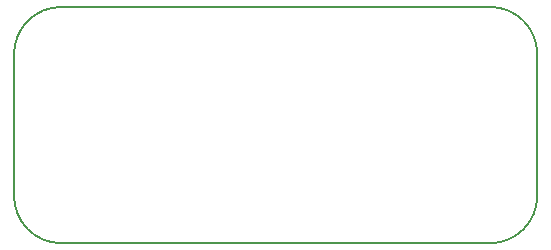
<source format=gbr>
G04 #@! TF.FileFunction,Profile,NP*
%FSLAX46Y46*%
G04 Gerber Fmt 4.6, Leading zero omitted, Abs format (unit mm)*
G04 Created by KiCad (PCBNEW (2016-09-30 revision 278ee7d)-makepkg) date Sun Nov 13 05:54:16 2016*
%MOMM*%
%LPD*%
G01*
G04 APERTURE LIST*
%ADD10C,0.100000*%
%ADD11C,0.150000*%
G04 APERTURE END LIST*
D10*
D11*
X90000000Y-70000000D02*
G75*
G03X94000000Y-66000000I0J4000000D01*
G01*
X94000000Y-54000000D02*
G75*
G03X90000000Y-50000000I-4000000J0D01*
G01*
X49700000Y-66000000D02*
G75*
G03X53700000Y-70000000I4000000J0D01*
G01*
X53700000Y-50000000D02*
G75*
G03X49700000Y-54000000I0J-4000000D01*
G01*
X49700000Y-66000000D02*
X49700000Y-54000000D01*
X90000000Y-70000000D02*
X53700000Y-70000000D01*
X94000000Y-54000000D02*
X94000000Y-66000000D01*
X53700000Y-50000000D02*
X90000000Y-50000000D01*
M02*

</source>
